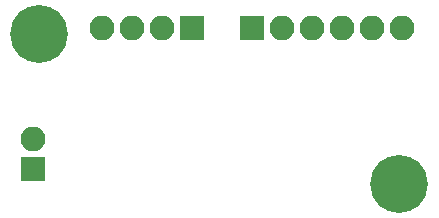
<source format=gbr>
G04 #@! TF.FileFunction,Soldermask,Bot*
%FSLAX46Y46*%
G04 Gerber Fmt 4.6, Leading zero omitted, Abs format (unit mm)*
G04 Created by KiCad (PCBNEW 4.0.7) date 07/25/18 13:49:51*
%MOMM*%
%LPD*%
G01*
G04 APERTURE LIST*
%ADD10C,0.100000*%
%ADD11R,2.100000X2.100000*%
%ADD12O,2.100000X2.100000*%
%ADD13C,4.900000*%
G04 APERTURE END LIST*
D10*
D11*
X27432000Y-39370000D03*
D12*
X27432000Y-36830000D03*
D11*
X45974000Y-27432000D03*
D12*
X48514000Y-27432000D03*
X51054000Y-27432000D03*
X53594000Y-27432000D03*
X56134000Y-27432000D03*
X58674000Y-27432000D03*
D11*
X40894000Y-27432000D03*
D12*
X38354000Y-27432000D03*
X35814000Y-27432000D03*
X33274000Y-27432000D03*
D13*
X27940000Y-27940000D03*
X58420000Y-40640000D03*
M02*

</source>
